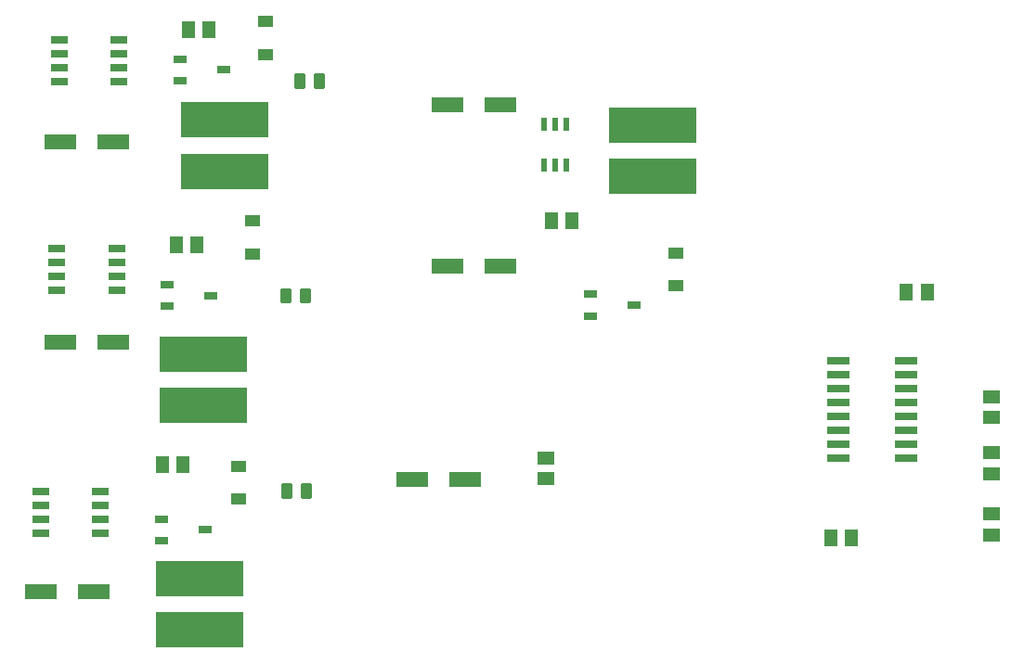
<source format=gbr>
G04 EAGLE Gerber RS-274X export*
G75*
%MOMM*%
%FSLAX34Y34*%
%LPD*%
%INSolderpaste Top*%
%IPPOS*%
%AMOC8*
5,1,8,0,0,1.08239X$1,22.5*%
G01*
%ADD10R,2.032000X0.660400*%
%ADD11R,1.300000X1.500000*%
%ADD12R,1.500000X1.300000*%
%ADD13R,3.000000X1.400000*%
%ADD14R,1.550000X0.700000*%
%ADD15R,8.000000X3.300000*%
%ADD16R,1.370000X1.120000*%
%ADD17R,1.270000X0.635000*%
%ADD18C,0.254000*%
%ADD19R,0.600000X1.200000*%


D10*
X843734Y249550D03*
X782266Y249550D03*
X843734Y262250D03*
X843734Y274950D03*
X782266Y262250D03*
X782266Y274950D03*
X843734Y287650D03*
X782266Y287650D03*
X843734Y300350D03*
X782266Y300350D03*
X843734Y313050D03*
X843734Y325750D03*
X782266Y313050D03*
X782266Y325750D03*
X843734Y338450D03*
X782266Y338450D03*
D11*
X863500Y401000D03*
X844500Y401000D03*
D12*
X922000Y254500D03*
X922000Y235500D03*
X922000Y305500D03*
X922000Y286500D03*
D11*
X775500Y177000D03*
X794500Y177000D03*
D12*
X922000Y198500D03*
X922000Y179500D03*
X516000Y249500D03*
X516000Y230500D03*
D13*
X394000Y230000D03*
X442000Y230000D03*
D14*
X126250Y592950D03*
X126250Y605650D03*
X126250Y618350D03*
X126250Y631050D03*
X71750Y631050D03*
X71750Y618350D03*
X71750Y605650D03*
X71750Y592950D03*
D15*
X223000Y558500D03*
X223000Y511500D03*
D16*
X260000Y618000D03*
X260000Y648000D03*
D17*
X222000Y604000D03*
X182000Y614000D03*
X182000Y594000D03*
D18*
X305080Y599715D02*
X312700Y599715D01*
X312700Y588285D01*
X305080Y588285D01*
X305080Y599715D01*
X305080Y590698D02*
X312700Y590698D01*
X312700Y593111D02*
X305080Y593111D01*
X305080Y595524D02*
X312700Y595524D01*
X312700Y597937D02*
X305080Y597937D01*
X294920Y599715D02*
X287300Y599715D01*
X294920Y599715D02*
X294920Y588285D01*
X287300Y588285D01*
X287300Y599715D01*
X287300Y590698D02*
X294920Y590698D01*
X294920Y593111D02*
X287300Y593111D01*
X287300Y595524D02*
X294920Y595524D01*
X294920Y597937D02*
X287300Y597937D01*
D14*
X124250Y402950D03*
X124250Y415650D03*
X124250Y428350D03*
X124250Y441050D03*
X69750Y441050D03*
X69750Y428350D03*
X69750Y415650D03*
X69750Y402950D03*
D15*
X203000Y344500D03*
X203000Y297500D03*
D16*
X248000Y436000D03*
X248000Y466000D03*
D17*
X210000Y398000D03*
X170000Y408000D03*
X170000Y388000D03*
D18*
X292080Y403715D02*
X299700Y403715D01*
X299700Y392285D01*
X292080Y392285D01*
X292080Y403715D01*
X292080Y394698D02*
X299700Y394698D01*
X299700Y397111D02*
X292080Y397111D01*
X292080Y399524D02*
X299700Y399524D01*
X299700Y401937D02*
X292080Y401937D01*
X281920Y403715D02*
X274300Y403715D01*
X281920Y403715D02*
X281920Y392285D01*
X274300Y392285D01*
X274300Y403715D01*
X274300Y394698D02*
X281920Y394698D01*
X281920Y397111D02*
X274300Y397111D01*
X274300Y399524D02*
X281920Y399524D01*
X281920Y401937D02*
X274300Y401937D01*
D14*
X109250Y180950D03*
X109250Y193650D03*
X109250Y206350D03*
X109250Y219050D03*
X54750Y219050D03*
X54750Y206350D03*
X54750Y193650D03*
X54750Y180950D03*
D15*
X200000Y139500D03*
X200000Y92500D03*
D16*
X235000Y212000D03*
X235000Y242000D03*
D17*
X205000Y184000D03*
X165000Y194000D03*
X165000Y174000D03*
D18*
X293080Y225715D02*
X300700Y225715D01*
X300700Y214285D01*
X293080Y214285D01*
X293080Y225715D01*
X293080Y216698D02*
X300700Y216698D01*
X300700Y219111D02*
X293080Y219111D01*
X293080Y221524D02*
X300700Y221524D01*
X300700Y223937D02*
X293080Y223937D01*
X282920Y225715D02*
X275300Y225715D01*
X282920Y225715D02*
X282920Y214285D01*
X275300Y214285D01*
X275300Y225715D01*
X275300Y216698D02*
X282920Y216698D01*
X282920Y219111D02*
X275300Y219111D01*
X275300Y221524D02*
X282920Y221524D01*
X282920Y223937D02*
X275300Y223937D01*
D13*
X73000Y538000D03*
X121000Y538000D03*
X73000Y355000D03*
X121000Y355000D03*
X55000Y128000D03*
X103000Y128000D03*
D19*
X524000Y554000D03*
X514000Y554000D03*
X534000Y554000D03*
X524000Y517000D03*
X514000Y517000D03*
X534000Y517000D03*
D17*
X596000Y389000D03*
X556000Y399000D03*
X556000Y379000D03*
D16*
X634000Y407000D03*
X634000Y437000D03*
D15*
X613000Y553500D03*
X613000Y506500D03*
D11*
X520500Y466000D03*
X539500Y466000D03*
D13*
X426000Y425000D03*
X474000Y425000D03*
X426000Y572000D03*
X474000Y572000D03*
D11*
X208500Y641000D03*
X189500Y641000D03*
X197500Y444000D03*
X178500Y444000D03*
X184500Y244000D03*
X165500Y244000D03*
M02*

</source>
